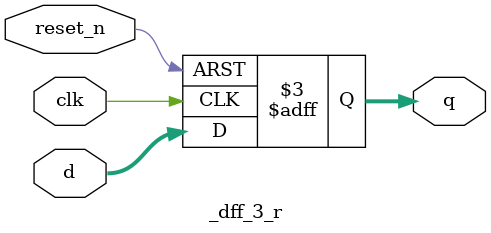
<source format=v>
module _dff_3_r(clk,reset_n,d,q);//dff_reset for 3bit
	input clk, reset_n;
	input [2:0] d;//3bit input
	output [2:0]q;//3bit output
	reg [2:0]q;
	always @(posedge clk or negedge reset_n)//edge trigger and active low reset_n
	begin	
		if (reset_n == 1'b0) q <= 3'b000;
		else q <= d;
	end //dff
endmodule 
</source>
